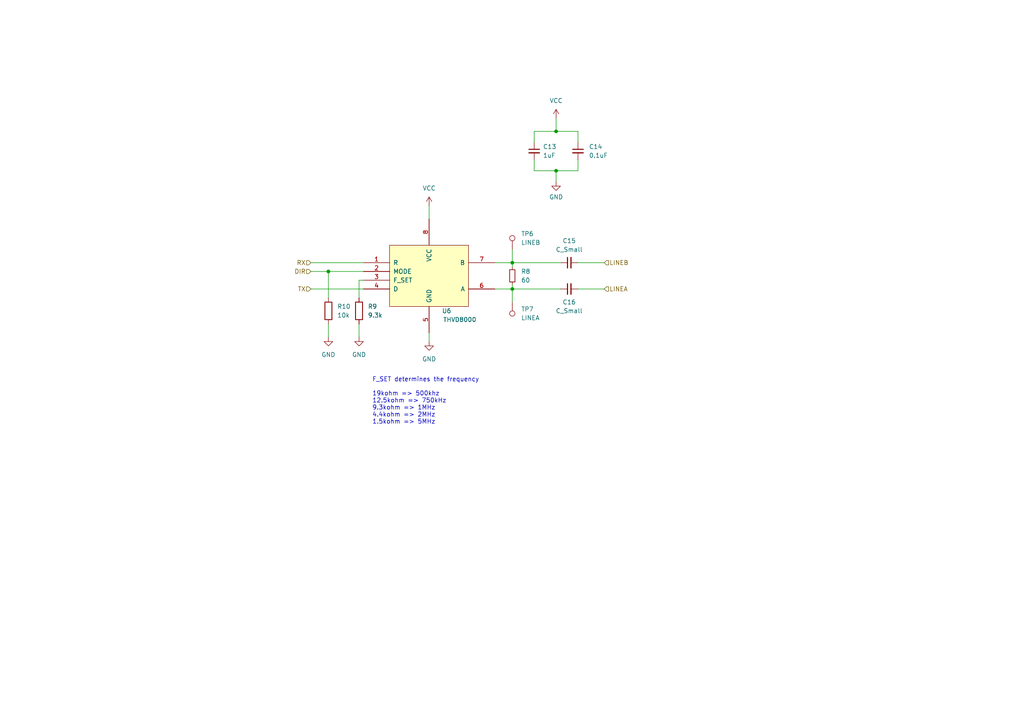
<source format=kicad_sch>
(kicad_sch (version 20230121) (generator eeschema)
  (paper "A4")
  (lib_symbols
    (symbol "Connector:TestPoint" (pin_numbers hide) (pin_names (offset 0.762) hide)
      (property "Reference" "TP" (at 0 6.858 0))
      (property "Value" "TestPoint" (at 0 5.08 0))
      (symbol "TestPoint_0_1"
        (circle (center 0 3.302) (radius 0.762))
      )
      (symbol "TestPoint_1_1"
        (pin passive line (at 0 0 90) (length 2.54) (name "1") (number "1"))
      )
    )
    (symbol "Device:C_Small" (pin_numbers hide) (pin_names (offset 0.254) hide)
      (property "Reference" "C" (at 0.254 1.778 0))
      (property "Value" "C_Small" (at 0.254 -2.032 0))
      (symbol "C_Small_0_1"
        (polyline (pts (xy -1.524 -0.508) (xy 1.524 -0.508)) (stroke (width 0.3302)))
        (polyline (pts (xy -1.524 0.508) (xy 1.524 0.508)) (stroke (width 0.3048)))
      )
      (symbol "C_Small_1_1"
        (pin passive line (at 0 2.54 270) (length 2.032) (name "~") (number "1"))
        (pin passive line (at 0 -2.54 90) (length 2.032) (name "~") (number "2"))
      )
    )
    (symbol "Device:R" (pin_numbers hide) (pin_names (offset 0))
      (property "Reference" "R" (at 2.032 0 90))
      (property "Value" "R" (at 0 0 90))
      (symbol "R_0_1"
        (rectangle (start -1.016 -2.54) (end 1.016 2.54) (stroke (width 0.254)))
      )
      (symbol "R_1_1"
        (pin passive line (at 0 3.81 270) (length 1.27) (name "~") (number "1"))
        (pin passive line (at 0 -3.81 90) (length 1.27) (name "~") (number "2"))
      )
    )
    (symbol "Device:R_Small" (pin_numbers hide) (pin_names (offset 0.254) hide)
      (property "Reference" "R" (at 0.762 0.508 0))
      (property "Value" "R_Small" (at 0.762 -1.016 0))
      (symbol "R_Small_0_1"
        (rectangle (start -0.762 1.778) (end 0.762 -1.778) (stroke (width 0.2032)))
      )
      (symbol "R_Small_1_1"
        (pin passive line (at 0 2.54 270) (length 0.762) (name "~") (number "1"))
        (pin passive line (at 0 -2.54 90) (length 0.762) (name "~") (number "2"))
      )
    )
    (symbol "THVD8010:THVD8010" (pin_names (offset 1.016))
      (property "Reference" "U" (at 0 -2.54 0))
      (property "Value" "THVD8010" (at 0 2.54 0))
      (symbol "THVD8010_1_0"
        (rectangle (start -11.43 8.89) (end 11.43 -8.89) (fill (type background)))
      )
      (symbol "THVD8010_1_1"
        (pin output line (at -19.05 3.81 0) (length 7.62) (name "R") (number "1"))
        (pin input line (at -19.05 1.27 0) (length 7.62) (name "MODE") (number "2"))
        (pin input line (at -19.05 -1.27 0) (length 7.62) (name "F_SET") (number "3"))
        (pin input line (at -19.05 -3.81 0) (length 7.62) (name "D") (number "4"))
        (pin power_in line (at 0 -16.51 90) (length 7.62) (name "GND") (number "5"))
        (pin bidirectional line (at 19.05 -3.81 180) (length 7.62) (name "A") (number "6"))
        (pin bidirectional line (at 19.05 3.81 180) (length 7.62) (name "B") (number "7"))
        (pin power_in line (at 0 16.51 270) (length 7.62) (name "VCC") (number "8"))
      )
    )
    (symbol "power:GND" (power) (pin_names (offset 0))
      (property "Value" "GND" (at 0 -3.81 0))
      (symbol "GND_0_1"
        (polyline (pts (xy 0 0) (xy 0 -1.27) (xy 1.27 -1.27) (xy 0 -2.54) (xy -1.27 -1.27) (xy 0 -1.27)))
      )
      (symbol "GND_1_1"
        (pin power_in line (at 0 0 270) (length 0) hide (name "GND") (number "1"))
      )
    )
    (symbol "power:VCC" (power) (pin_names (offset 0))
      (property "Value" "VCC" (at 0 3.81 0))
      (symbol "VCC_0_1"
        (polyline (pts (xy -0.762 1.27) (xy 0 2.54)))
        (polyline (pts (xy 0 0) (xy 0 2.54)))
        (polyline (pts (xy 0 2.54) (xy 0.762 1.27)))
      )
      (symbol "VCC_1_1"
        (pin power_in line (at 0 0 90) (length 0) hide (name "VCC") (number "1"))
      )
    )
  )
  (junction (at 95.25 78.74))
  (junction (at 161.29 49.53))
  (junction (at 148.59 83.82))
  (junction (at 161.29 38.1))
  (junction (at 148.59 76.2))
  (wire (pts (xy 90.17 78.74) (xy 95.25 78.74)))
  (wire (pts (xy 104.14 81.28) (xy 104.14 86.36)))
  (wire (pts (xy 154.94 49.53) (xy 161.29 49.53)))
  (wire (pts (xy 143.51 83.82) (xy 148.59 83.82)))
  (wire (pts (xy 161.29 38.1) (xy 167.64 38.1)))
  (wire (pts (xy 90.17 76.2) (xy 105.41 76.2)))
  (wire (pts (xy 161.29 34.29) (xy 161.29 38.1)))
  (wire (pts (xy 167.64 83.82) (xy 175.26 83.82)))
  (wire (pts (xy 167.64 46.355) (xy 167.64 49.53)))
  (wire (pts (xy 167.64 38.1) (xy 167.64 41.275)))
  (wire (pts (xy 161.29 49.53) (xy 167.64 49.53)))
  (wire (pts (xy 95.25 93.98) (xy 95.25 97.79)))
  (wire (pts (xy 154.94 46.355) (xy 154.94 49.53)))
  (wire (pts (xy 148.59 83.82) (xy 162.56 83.82)))
  (wire (pts (xy 104.14 93.98) (xy 104.14 97.79)))
  (wire (pts (xy 154.94 38.1) (xy 154.94 41.275)))
  (wire (pts (xy 167.64 76.2) (xy 175.26 76.2)))
  (wire (pts (xy 148.59 76.2) (xy 162.56 76.2)))
  (wire (pts (xy 90.17 83.82) (xy 105.41 83.82)))
  (wire (pts (xy 124.46 59.69) (xy 124.46 63.5)))
  (wire (pts (xy 95.25 78.74) (xy 105.41 78.74)))
  (wire (pts (xy 95.25 78.74) (xy 95.25 86.36)))
  (wire (pts (xy 124.46 99.06) (xy 124.46 96.52)))
  (wire (pts (xy 148.59 83.82) (xy 148.59 87.63)))
  (wire (pts (xy 148.59 82.55) (xy 148.59 83.82)))
  (wire (pts (xy 161.29 49.53) (xy 161.29 52.705)))
  (wire (pts (xy 154.94 38.1) (xy 161.29 38.1)))
  (wire (pts (xy 148.59 76.2) (xy 148.59 77.47)))
  (wire (pts (xy 148.59 72.39) (xy 148.59 76.2)))
  (wire (pts (xy 143.51 76.2) (xy 148.59 76.2)))
  (wire (pts (xy 105.41 81.28) (xy 104.14 81.28)))
  (text "F_SET determines the frequency\n\n19kohm => 500khz\n12.5kohm => 750kHz\n9.3kohm => 1MHz\n4.4kohm => 2MHz\n1.5kohm => 5MHz" (at 107.95 123.19 0) (effects (font (size 1.27 1.27)) (justify left bottom)))
  (hierarchical_label "LINEB" (shape input) (at 175.26 76.2 0))
  (hierarchical_label "LINEA" (shape input) (at 175.26 83.82 0))
  (hierarchical_label "TX" (shape input) (at 90.17 83.82 180))
  (hierarchical_label "RX" (shape input) (at 90.17 76.2 180))
  (hierarchical_label "DIR" (shape input) (at 90.17 78.74 180))
  (symbol (lib_id "THVD8010:THVD8010") (at 124.46 80.01 0) (unit 1)
    (property "Reference" "U6" (at 129.54 90.17 0))
    (property "Value" "THVD8000" (at 133.35 92.71 0))
    (property "Footprint" "Package_TO_SOT_SMD:SOT-23-8_Handsoldering" (effects hide))
    (property "Datasheet" "DOCUMENTATION" (effects hide))
  )
  (symbol (lib_id "Device:C_Small") (at 165.1 83.82 90) (unit 1)
    (property "Reference" "C16" (at 165.1 87.63 90))
    (property "Value" "C_Small" (at 165.1 90.17 90))
    (property "Footprint" "Capacitor_SMD:C_1206_3216Metric_Pad1.33x1.80mm_HandSolder" (effects hide))
  )
  (symbol (lib_id "Connector:TestPoint") (at 148.59 72.39 0) (unit 1)
    (property "Reference" "TP6" (at 151.13 67.818 0) (effects (justify left)))
    (property "Value" "LINEB" (at 151.13 70.358 0) (effects (justify left)))
    (property "Footprint" "TestPoint:TestPoint_Loop_D2.50mm_Drill1.0mm" (effects hide))
  )
  (symbol (lib_id "power:VCC") (at 124.46 59.69 0) (unit 1)
    (property "Reference" "#PWR032" (effects hide))
    (property "Value" "VCC" (at 124.46 54.61 0))
  )
  (symbol (lib_id "power:VCC") (at 161.29 34.29 0) (unit 1)
    (property "Reference" "#PWR029" (effects hide))
    (property "Value" "VCC" (at 161.29 29.21 0))
  )
  (symbol (lib_id "Connector:TestPoint") (at 148.59 87.63 180) (unit 1)
    (property "Reference" "TP7" (at 151.13 89.662 0) (effects (justify right)))
    (property "Value" "LINEA" (at 151.13 92.202 0) (effects (justify right)))
    (property "Footprint" "TestPoint:TestPoint_Loop_D2.50mm_Drill1.0mm" (effects hide))
  )
  (symbol (lib_id "Device:R") (at 104.14 90.17 0) (unit 1)
    (property "Reference" "R9" (at 106.68 88.9 0) (effects (justify left)))
    (property "Value" "9.3k" (at 106.68 91.44 0) (effects (justify left)))
    (property "Footprint" "Resistor_SMD:R_1206_3216Metric_Pad1.30x1.75mm_HandSolder" (effects hide))
  )
  (symbol (lib_id "Device:C_Small") (at 154.94 43.815 0) (unit 1)
    (property "Reference" "C13" (at 157.48 42.5513 0) (effects (justify left)))
    (property "Value" "1uF" (at 157.48 45.0913 0) (effects (justify left)))
    (property "Footprint" "Capacitor_SMD:C_1206_3216Metric_Pad1.33x1.80mm_HandSolder" (effects hide))
  )
  (symbol (lib_id "power:GND") (at 124.46 99.06 0) (unit 1)
    (property "Reference" "#PWR031" (effects hide))
    (property "Value" "GND" (at 124.46 104.14 0))
  )
  (symbol (lib_id "Device:R") (at 95.25 90.17 0) (unit 1)
    (property "Reference" "R10" (at 97.79 88.9 0) (effects (justify left)))
    (property "Value" "10k" (at 97.79 91.44 0) (effects (justify left)))
    (property "Footprint" "Resistor_SMD:R_1206_3216Metric_Pad1.30x1.75mm_HandSolder" (effects hide))
  )
  (symbol (lib_id "power:GND") (at 95.25 97.79 0) (unit 1)
    (property "Reference" "#PWR034" (effects hide))
    (property "Value" "GND" (at 95.25 102.87 0))
  )
  (symbol (lib_id "power:GND") (at 161.29 52.705 0) (unit 1)
    (property "Reference" "#PWR030" (effects hide))
    (property "Value" "GND" (at 161.29 57.15 0))
  )
  (symbol (lib_id "power:GND") (at 104.14 97.79 0) (unit 1)
    (property "Reference" "#PWR033" (effects hide))
    (property "Value" "GND" (at 104.14 102.87 0))
  )
  (symbol (lib_id "Device:C_Small") (at 165.1 76.2 90) (unit 1)
    (property "Reference" "C15" (at 165.1063 69.85 90))
    (property "Value" "C_Small" (at 165.1063 72.39 90))
    (property "Footprint" "Capacitor_SMD:C_1206_3216Metric_Pad1.33x1.80mm_HandSolder" (effects hide))
  )
  (symbol (lib_id "Device:C_Small") (at 167.64 43.815 0) (unit 1)
    (property "Reference" "C14" (at 170.815 42.5513 0) (effects (justify left)))
    (property "Value" "0.1uF" (at 170.815 45.0913 0) (effects (justify left)))
    (property "Footprint" "Capacitor_SMD:C_1206_3216Metric_Pad1.33x1.80mm_HandSolder" (effects hide))
  )
  (symbol (lib_id "Device:R_Small") (at 148.59 80.01 0) (unit 1)
    (property "Reference" "R8" (at 151.13 78.74 0) (effects (justify left)))
    (property "Value" "60" (at 151.13 81.28 0) (effects (justify left)))
    (property "Footprint" "Resistor_SMD:R_1206_3216Metric_Pad1.30x1.75mm_HandSolder" (effects hide))
  )
)
</source>
